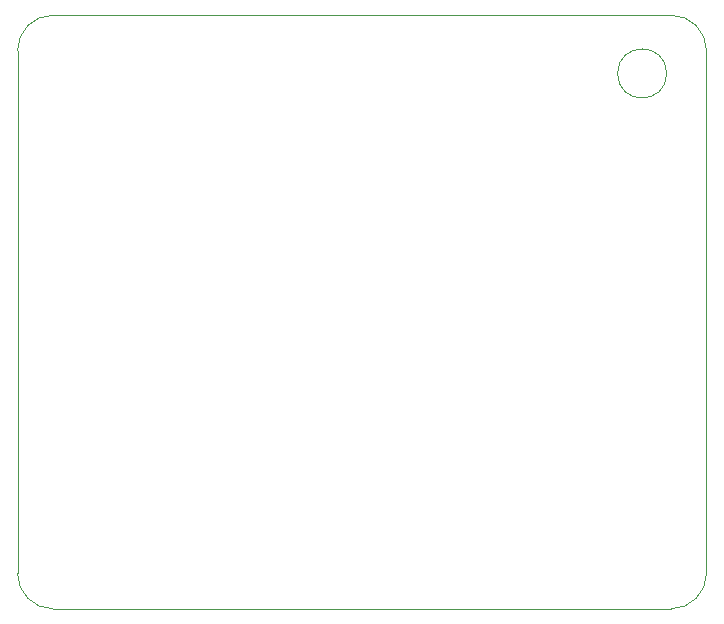
<source format=gbr>
%TF.GenerationSoftware,KiCad,Pcbnew,9.0.2*%
%TF.CreationDate,2025-08-01T16:53:23-07:00*%
%TF.ProjectId,bitboy,62697462-6f79-42e6-9b69-6361645f7063,rev?*%
%TF.SameCoordinates,Original*%
%TF.FileFunction,Profile,NP*%
%FSLAX46Y46*%
G04 Gerber Fmt 4.6, Leading zero omitted, Abs format (unit mm)*
G04 Created by KiCad (PCBNEW 9.0.2) date 2025-08-01 16:53:23*
%MOMM*%
%LPD*%
G01*
G04 APERTURE LIST*
%TA.AperFunction,Profile*%
%ADD10C,0.050000*%
%TD*%
G04 APERTURE END LIST*
D10*
X117500000Y-87650000D02*
X117500000Y-43380000D01*
X120500000Y-90650000D02*
G75*
G02*
X117500000Y-87650000I0J3000000D01*
G01*
X175830000Y-43380000D02*
X175830000Y-87650000D01*
X172457619Y-45320000D02*
G75*
G02*
X168302381Y-45320000I-2077619J0D01*
G01*
X168302381Y-45320000D02*
G75*
G02*
X172457619Y-45320000I2077619J0D01*
G01*
X172830000Y-90650000D02*
X120500000Y-90650000D01*
X172830000Y-40380000D02*
G75*
G02*
X175830000Y-43380000I0J-3000000D01*
G01*
X117500000Y-43380000D02*
G75*
G02*
X120500000Y-40380000I3000000J0D01*
G01*
X175830000Y-87650000D02*
G75*
G02*
X172830000Y-90650000I-3000000J0D01*
G01*
X120500000Y-40380000D02*
X172830000Y-40380000D01*
M02*

</source>
